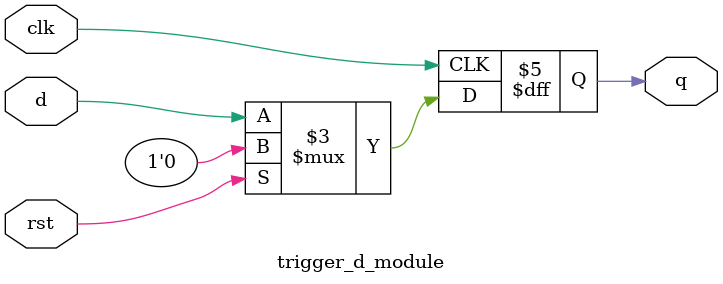
<source format=sv>
module trigger_d_module (
    input logic d,
    input logic clk,
    input logic rst,

    output logic q
);

always @(posedge clk) begin
    if (rst) q <= 0;
    else q <= d;
end
endmodule
</source>
